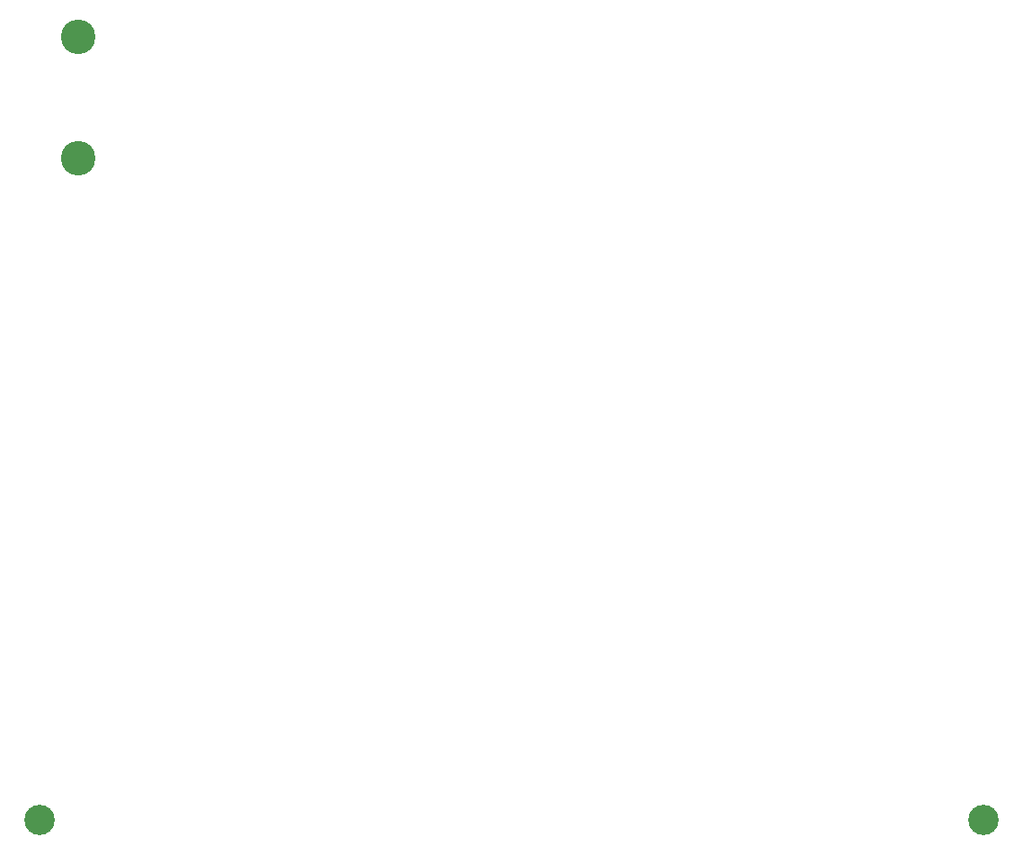
<source format=gbr>
%TF.GenerationSoftware,KiCad,Pcbnew,(6.0.7)*%
%TF.CreationDate,2023-04-30T15:32:51-06:00*%
%TF.ProjectId,serial_board,73657269-616c-45f6-926f-6172642e6b69,rev?*%
%TF.SameCoordinates,Original*%
%TF.FileFunction,NonPlated,1,2,NPTH,Drill*%
%TF.FilePolarity,Positive*%
%FSLAX46Y46*%
G04 Gerber Fmt 4.6, Leading zero omitted, Abs format (unit mm)*
G04 Created by KiCad (PCBNEW (6.0.7)) date 2023-04-30 15:32:51*
%MOMM*%
%LPD*%
G01*
G04 APERTURE LIST*
%TA.AperFunction,ComponentDrill*%
%ADD10C,2.850000*%
%TD*%
%TA.AperFunction,ComponentDrill*%
%ADD11C,3.250000*%
%TD*%
G04 APERTURE END LIST*
D10*
%TO.C,J1*%
X94162555Y-156973091D03*
X183062555Y-156973091D03*
D11*
%TO.C,J2*%
X97805000Y-83285000D03*
X97805000Y-94715000D03*
M02*

</source>
